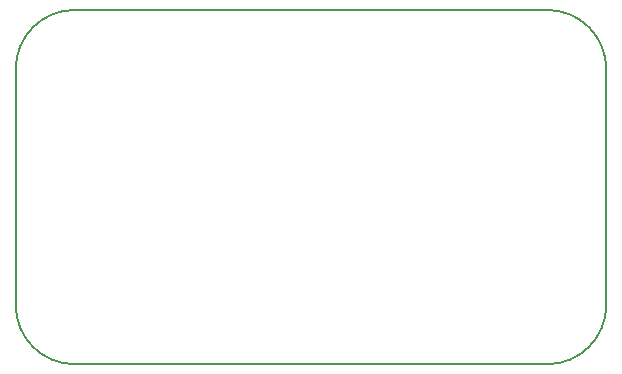
<source format=gbr>
%FSLAX46Y46*%
G04 Gerber Fmt 4.6, Leading zero omitted, Abs format (unit mm)*
G04 Created by KiCad (PCBNEW (2014-09-25 BZR 5147)-product) date vr 26 sep 2014 03:31:45 CEST*
%MOMM*%
G01*
G04 APERTURE LIST*
%ADD10C,0.100000*%
%ADD11C,0.150000*%
G04 APERTURE END LIST*
D10*
D11*
X150000000Y-65000000D02*
X150000000Y-85000000D01*
X105000000Y-60000000D02*
X145000000Y-60000000D01*
X100000000Y-85000000D02*
X100000000Y-65000000D01*
X145000000Y-90000000D02*
X105000000Y-90000000D01*
X145000000Y-90000000D02*
G75*
G03X150000000Y-85000000I0J5000000D01*
G74*
G01*
X150000000Y-65000000D02*
G75*
G03X145000000Y-60000000I-5000000J0D01*
G74*
G01*
X105000000Y-60000000D02*
G75*
G03X100000000Y-65000000I0J-5000000D01*
G74*
G01*
X100000000Y-85000000D02*
G75*
G03X105000000Y-90000000I5000000J0D01*
G74*
G01*
M02*

</source>
